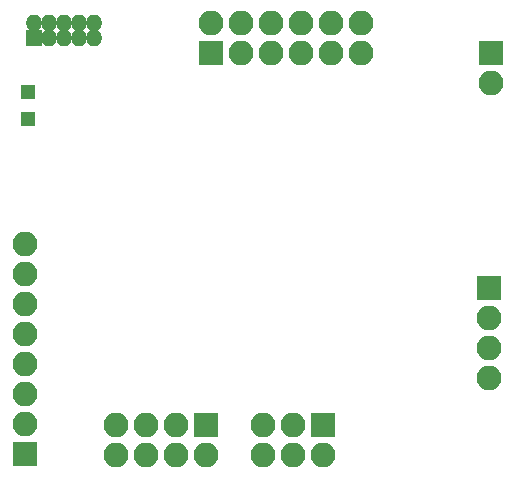
<source format=gbr>
G04 #@! TF.FileFunction,Soldermask,Bot*
%FSLAX46Y46*%
G04 Gerber Fmt 4.6, Leading zero omitted, Abs format (unit mm)*
G04 Created by KiCad (PCBNEW 4.0.6) date 11/09/17 14:44:06*
%MOMM*%
%LPD*%
G01*
G04 APERTURE LIST*
%ADD10C,0.100000*%
%ADD11R,2.100000X2.100000*%
%ADD12O,2.100000X2.100000*%
%ADD13R,1.250000X1.250000*%
%ADD14R,1.400000X1.400000*%
%ADD15O,1.400000X1.400000*%
G04 APERTURE END LIST*
D10*
D11*
X145669000Y-98552000D03*
D12*
X145669000Y-101092000D03*
X143129000Y-98552000D03*
X143129000Y-101092000D03*
X140589000Y-98552000D03*
X140589000Y-101092000D03*
D11*
X159893000Y-67056000D03*
D12*
X159893000Y-69596000D03*
D11*
X120396000Y-100965000D03*
D12*
X120396000Y-98425000D03*
X120396000Y-95885000D03*
X120396000Y-93345000D03*
X120396000Y-90805000D03*
X120396000Y-88265000D03*
X120396000Y-85725000D03*
X120396000Y-83185000D03*
D11*
X136144000Y-67056000D03*
D12*
X136144000Y-64516000D03*
X138684000Y-67056000D03*
X138684000Y-64516000D03*
X141224000Y-67056000D03*
X141224000Y-64516000D03*
X143764000Y-67056000D03*
X143764000Y-64516000D03*
X146304000Y-67056000D03*
X146304000Y-64516000D03*
X148844000Y-67056000D03*
X148844000Y-64516000D03*
D11*
X159715200Y-86908640D03*
D12*
X159715200Y-89448640D03*
X159715200Y-91988640D03*
X159715200Y-94528640D03*
D11*
X135763000Y-98552000D03*
D12*
X135763000Y-101092000D03*
X133223000Y-98552000D03*
X133223000Y-101092000D03*
X130683000Y-98552000D03*
X130683000Y-101092000D03*
X128143000Y-98552000D03*
X128143000Y-101092000D03*
D13*
X120650000Y-72644000D03*
X120650000Y-70358000D03*
D14*
X121158000Y-65786000D03*
D15*
X121158000Y-64516000D03*
X122428000Y-65786000D03*
X122428000Y-64516000D03*
X123698000Y-65786000D03*
X123698000Y-64516000D03*
X124968000Y-65786000D03*
X124968000Y-64516000D03*
X126238000Y-65786000D03*
X126238000Y-64516000D03*
M02*

</source>
